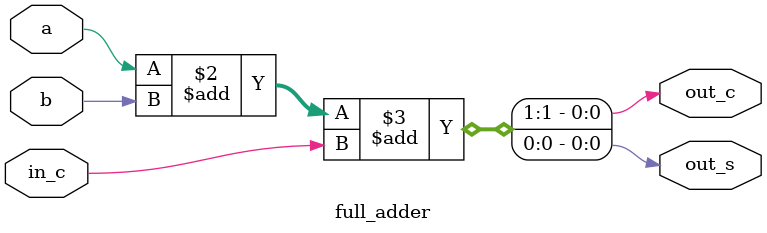
<source format=v>
module full_adder(a,b,in_c,out_c,out_s);
    input a;
    input b;
    input in_c;
    output reg out_s;
    output reg out_c;


    always @(a or b or in_c)begin
       {out_c,out_s}=a+b+in_c; 

    end
endmodule

</source>
